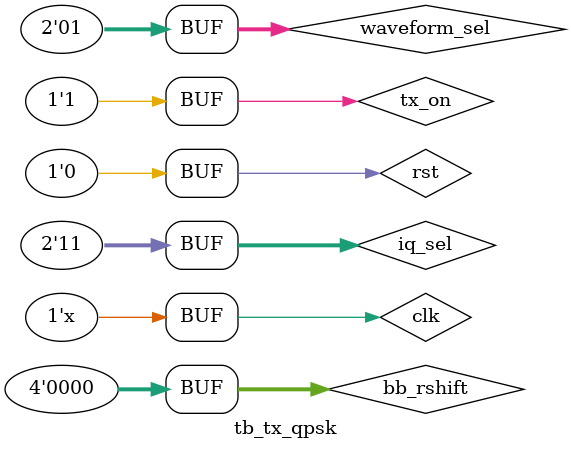
<source format=v>
`timescale 1ns / 1ps

// Create Date: 2020/12/08 12:43:46
// Design Name:
// Module Name: tb_tx_qpsk
// Project Name:
// Target Devices:
// Tool Versions:
// Description:
//
// Dependencies:
//
// Revision:
// Revision 0.01 - File Created
// Additional Comments:
//
//////////////////////////////////////////////////////////////////////////////////


module tb_tx_qpsk;

reg             clk         = 1'b0  ;
reg             rst         = 1'b1  ;
reg             tx_on       = 1'b1  ;
reg     [31:0]  freq_set            ;
reg     [ 1:0]  waveform_sel = 2'd1 ;
reg     [ 1:0]  iq_sel      = 2'b11 ;
wire    [11:0]  tx_data_i           ;
wire    [11:0]  tx_data_q           ;
reg     [ 3:0]  bb_rshift   = 5'b0  ;

tx_qpsk u_tx_qpsk
(
    .clk            (clk            ),
    .rst            (rst            ),
    .tx_data_i      (tx_data_i      ),
    .tx_data_q      (tx_data_q      ),
    .waveform_sel   (waveform_sel   ),
    .sweep_on       (1'b0           ),
    // .freq_set       (32'd447392426  ),
    .freq_set       (32'd0          ),
    .iq_sel         (iq_sel         ),
    .bb_rshift      (bb_rshift      )
);

initial begin
    #102
    rst = 1'b0;
    // freq_set = 32'd873813333;
    // waveform_sel = 2'b00;
    // bb_rshift = 5'd0;
    // #5000
    // bb_rshift = 5'd1;
    // #5000
    // bb_rshift = 5'd2;
    // #5000
    // bb_rshift = 5'd3;
    // #5000
    // bb_rshift = 5'd4;
    // #5000
    // bb_rshift = 5'd5;
    // #5000
    // bb_rshift = 5'd6;
    // #5000
    // bb_rshift = 5'd7;
    // #5000
    // bb_rshift = 5'd8;
    // #5000
    // bb_rshift = 5'd9;
    // #5000
    // bb_rshift = 5'd14;
    // #5000
    // bb_rshift = 5'd15;
    // #5000
    // bb_rshift = 5'd16;
    // freq_set = 32'd0;
    // func_sel = 3'b010;
    // #7777
    // freq_set = 32'd536870912;
    // func_sel = 3'b100;
    // #7777
    // freq_set = 32'd0;
    // func_sel = 3'b100;
    // #7777
    // freq_set = 32'd536870912;
    // func_sel = 3'b010;
    // #7777
    // freq_set = 32'd0;
    // func_sel = 3'b010;
    // freq_set = 32'd536870912;
    // iq_sel = 2'b00;
    // #7777
    // freq_set = 32'd536870912;
    // iq_sel = 2'b01;
    // #7777
    // freq_set = 32'd536870912;
    // iq_sel = 2'b10;
    // #7777
    // freq_set = 32'd536870912;
    // iq_sel = 2'b11;
end

always #5 clk = ~clk;

// integer i;
// integer w_file;

// initial begin
//     w_file = $fopen("D:\\qpsk_josh.txt","w");
//     for (i = 0; i <= 35000; i = i + 1) begin
//         wait(clk);
//         #10;
//         $fdisplay(w_file,"%d    %d",$signed(tx_data_i),
//                 $signed(tx_data_q));
//         if (i == 35000) begin
//             $fclose(w_file);
//             $stop;
//         end
//     end
// end

endmodule

</source>
